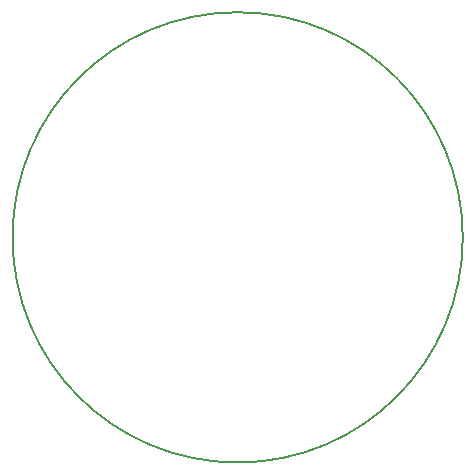
<source format=gm1>
%TF.GenerationSoftware,KiCad,Pcbnew,4.1.0-alpha+201609021633+7109~49~ubuntu16.04.1-product*%
%TF.CreationDate,2016-09-14T14:39:46+05:30*%
%TF.ProjectId,OTS2_encC,4F5453325F656E63432E6B696361645F,rev?*%
%TF.FileFunction,Profile,NP*%
%FSLAX46Y46*%
G04 Gerber Fmt 4.6, Leading zero omitted, Abs format (unit mm)*
G04 Created by KiCad (PCBNEW 4.1.0-alpha+201609021633+7109~49~ubuntu16.04.1-product) date Wed Sep 14 14:39:46 2016*
%MOMM*%
%LPD*%
G01*
G04 APERTURE LIST*
%ADD10C,0.101600*%
%ADD11C,0.203200*%
G04 APERTURE END LIST*
D10*
D11*
X111135580Y-128270000D02*
G75*
G03X111135580Y-128270000I-19060580J0D01*
G01*
M02*

</source>
